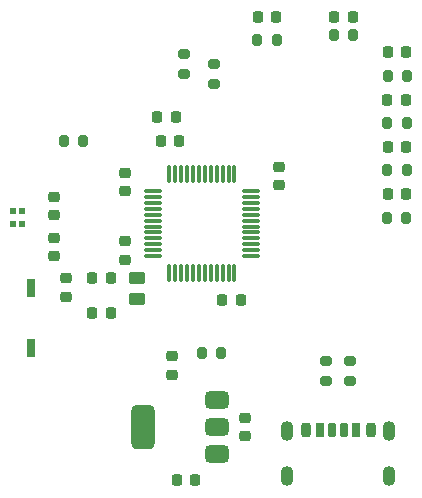
<source format=gbr>
%TF.GenerationSoftware,KiCad,Pcbnew,8.0.4*%
%TF.CreationDate,2024-11-07T17:56:33+01:00*%
%TF.ProjectId,stm32microcontroller,73746d33-326d-4696-9372-6f636f6e7472,rev?*%
%TF.SameCoordinates,Original*%
%TF.FileFunction,Paste,Top*%
%TF.FilePolarity,Positive*%
%FSLAX46Y46*%
G04 Gerber Fmt 4.6, Leading zero omitted, Abs format (unit mm)*
G04 Created by KiCad (PCBNEW 8.0.4) date 2024-11-07 17:56:33*
%MOMM*%
%LPD*%
G01*
G04 APERTURE LIST*
G04 Aperture macros list*
%AMRoundRect*
0 Rectangle with rounded corners*
0 $1 Rounding radius*
0 $2 $3 $4 $5 $6 $7 $8 $9 X,Y pos of 4 corners*
0 Add a 4 corners polygon primitive as box body*
4,1,4,$2,$3,$4,$5,$6,$7,$8,$9,$2,$3,0*
0 Add four circle primitives for the rounded corners*
1,1,$1+$1,$2,$3*
1,1,$1+$1,$4,$5*
1,1,$1+$1,$6,$7*
1,1,$1+$1,$8,$9*
0 Add four rect primitives between the rounded corners*
20,1,$1+$1,$2,$3,$4,$5,0*
20,1,$1+$1,$4,$5,$6,$7,0*
20,1,$1+$1,$6,$7,$8,$9,0*
20,1,$1+$1,$8,$9,$2,$3,0*%
G04 Aperture macros list end*
%ADD10RoundRect,0.200000X0.200000X0.275000X-0.200000X0.275000X-0.200000X-0.275000X0.200000X-0.275000X0*%
%ADD11RoundRect,0.218750X-0.218750X-0.256250X0.218750X-0.256250X0.218750X0.256250X-0.218750X0.256250X0*%
%ADD12RoundRect,0.250000X-0.450000X0.262500X-0.450000X-0.262500X0.450000X-0.262500X0.450000X0.262500X0*%
%ADD13RoundRect,0.225000X0.225000X0.250000X-0.225000X0.250000X-0.225000X-0.250000X0.225000X-0.250000X0*%
%ADD14RoundRect,0.225000X-0.225000X-0.250000X0.225000X-0.250000X0.225000X0.250000X-0.225000X0.250000X0*%
%ADD15RoundRect,0.175000X-0.175000X-0.425000X0.175000X-0.425000X0.175000X0.425000X-0.175000X0.425000X0*%
%ADD16RoundRect,0.190000X0.190000X0.410000X-0.190000X0.410000X-0.190000X-0.410000X0.190000X-0.410000X0*%
%ADD17RoundRect,0.200000X0.200000X0.400000X-0.200000X0.400000X-0.200000X-0.400000X0.200000X-0.400000X0*%
%ADD18RoundRect,0.175000X0.175000X0.425000X-0.175000X0.425000X-0.175000X-0.425000X0.175000X-0.425000X0*%
%ADD19RoundRect,0.190000X-0.190000X-0.410000X0.190000X-0.410000X0.190000X0.410000X-0.190000X0.410000X0*%
%ADD20RoundRect,0.200000X-0.200000X-0.400000X0.200000X-0.400000X0.200000X0.400000X-0.200000X0.400000X0*%
%ADD21O,1.100000X1.700000*%
%ADD22RoundRect,0.375000X0.625000X0.375000X-0.625000X0.375000X-0.625000X-0.375000X0.625000X-0.375000X0*%
%ADD23RoundRect,0.500000X0.500000X1.400000X-0.500000X1.400000X-0.500000X-1.400000X0.500000X-1.400000X0*%
%ADD24RoundRect,0.225000X-0.250000X0.225000X-0.250000X-0.225000X0.250000X-0.225000X0.250000X0.225000X0*%
%ADD25RoundRect,0.200000X-0.275000X0.200000X-0.275000X-0.200000X0.275000X-0.200000X0.275000X0.200000X0*%
%ADD26RoundRect,0.075000X-0.662500X-0.075000X0.662500X-0.075000X0.662500X0.075000X-0.662500X0.075000X0*%
%ADD27RoundRect,0.075000X-0.075000X-0.662500X0.075000X-0.662500X0.075000X0.662500X-0.075000X0.662500X0*%
%ADD28RoundRect,0.225000X0.250000X-0.225000X0.250000X0.225000X-0.250000X0.225000X-0.250000X-0.225000X0*%
%ADD29RoundRect,0.200000X-0.200000X-0.275000X0.200000X-0.275000X0.200000X0.275000X-0.200000X0.275000X0*%
%ADD30RoundRect,0.200000X0.275000X-0.200000X0.275000X0.200000X-0.275000X0.200000X-0.275000X-0.200000X0*%
%ADD31R,0.500000X0.600000*%
%ADD32R,0.760000X1.600000*%
%ADD33RoundRect,0.218750X-0.256250X0.218750X-0.256250X-0.218750X0.256250X-0.218750X0.256250X0.218750X0*%
G04 APERTURE END LIST*
D10*
%TO.C,R5*%
X89787500Y-75500000D03*
X88137500Y-75500000D03*
%TD*%
%TO.C,R6*%
X89825000Y-71500000D03*
X88175000Y-71500000D03*
%TD*%
D11*
%TO.C,D7*%
X88212500Y-61500000D03*
X89787500Y-61500000D03*
%TD*%
D12*
%TO.C,FB1*%
X67000000Y-80587500D03*
X67000000Y-82412500D03*
%TD*%
D13*
%TO.C,C7*%
X64775000Y-80587500D03*
X63225000Y-80587500D03*
%TD*%
D14*
%TO.C,C5*%
X68725000Y-67000000D03*
X70275000Y-67000000D03*
%TD*%
D11*
%TO.C,D4*%
X83712500Y-58500000D03*
X85287500Y-58500000D03*
%TD*%
D15*
%TO.C,J1*%
X83520000Y-93500000D03*
D16*
X85540000Y-93500000D03*
D17*
X86770000Y-93500000D03*
D18*
X84520000Y-93500000D03*
D19*
X82500000Y-93500000D03*
D20*
X81270000Y-93500000D03*
D21*
X79700000Y-93580000D03*
X79700000Y-97380000D03*
X88340000Y-93580000D03*
X88340000Y-97380000D03*
%TD*%
D13*
%TO.C,C3*%
X75775000Y-82500000D03*
X74225000Y-82500000D03*
%TD*%
D11*
%TO.C,D3*%
X88175000Y-65500000D03*
X89750000Y-65500000D03*
%TD*%
D10*
%TO.C,R8*%
X89862500Y-63500000D03*
X88212500Y-63500000D03*
%TD*%
D22*
%TO.C,U2*%
X73780000Y-95520000D03*
X73780000Y-93220000D03*
D23*
X67480000Y-93220000D03*
D22*
X73780000Y-90920000D03*
%TD*%
D24*
%TO.C,C4*%
X79000000Y-71225000D03*
X79000000Y-72775000D03*
%TD*%
D25*
%TO.C,R11*%
X71000000Y-61675000D03*
X71000000Y-63325000D03*
%TD*%
D26*
%TO.C,U1*%
X68337500Y-73250000D03*
X68337500Y-73750000D03*
X68337500Y-74250000D03*
X68337500Y-74750000D03*
X68337500Y-75250000D03*
X68337500Y-75750000D03*
X68337500Y-76250000D03*
X68337500Y-76750000D03*
X68337500Y-77250000D03*
X68337500Y-77750000D03*
X68337500Y-78250000D03*
X68337500Y-78750000D03*
D27*
X69750000Y-80162500D03*
X70250000Y-80162500D03*
X70750000Y-80162500D03*
X71250000Y-80162500D03*
X71750000Y-80162500D03*
X72250000Y-80162500D03*
X72750000Y-80162500D03*
X73250000Y-80162500D03*
X73750000Y-80162500D03*
X74250000Y-80162500D03*
X74750000Y-80162500D03*
X75250000Y-80162500D03*
D26*
X76662500Y-78750000D03*
X76662500Y-78250000D03*
X76662500Y-77750000D03*
X76662500Y-77250000D03*
X76662500Y-76750000D03*
X76662500Y-76250000D03*
X76662500Y-75750000D03*
X76662500Y-75250000D03*
X76662500Y-74750000D03*
X76662500Y-74250000D03*
X76662500Y-73750000D03*
X76662500Y-73250000D03*
D27*
X75250000Y-71837500D03*
X74750000Y-71837500D03*
X74250000Y-71837500D03*
X73750000Y-71837500D03*
X73250000Y-71837500D03*
X72750000Y-71837500D03*
X72250000Y-71837500D03*
X71750000Y-71837500D03*
X71250000Y-71837500D03*
X70750000Y-71837500D03*
X70250000Y-71837500D03*
X69750000Y-71837500D03*
%TD*%
D10*
%TO.C,R7*%
X89825000Y-67500000D03*
X88175000Y-67500000D03*
%TD*%
D28*
%TO.C,C6*%
X66000000Y-79050000D03*
X66000000Y-77500000D03*
%TD*%
D29*
%TO.C,R10*%
X77175000Y-60500000D03*
X78825000Y-60500000D03*
%TD*%
D14*
%TO.C,C2*%
X69000000Y-69000000D03*
X70550000Y-69000000D03*
%TD*%
D13*
%TO.C,C8*%
X64775000Y-83587500D03*
X63225000Y-83587500D03*
%TD*%
D25*
%TO.C,R12*%
X73500000Y-62500000D03*
X73500000Y-64150000D03*
%TD*%
D11*
%TO.C,D6*%
X77212500Y-58500000D03*
X78787500Y-58500000D03*
%TD*%
%TO.C,D5*%
X88212500Y-73500000D03*
X89787500Y-73500000D03*
%TD*%
D24*
%TO.C,C12*%
X76130000Y-92445000D03*
X76130000Y-93995000D03*
%TD*%
%TO.C,C9*%
X61000000Y-80645000D03*
X61000000Y-82195000D03*
%TD*%
D30*
%TO.C,R4*%
X83000000Y-89325000D03*
X83000000Y-87675000D03*
%TD*%
D29*
%TO.C,R1*%
X60810000Y-69000000D03*
X62460000Y-69000000D03*
%TD*%
D24*
%TO.C,C10*%
X60000000Y-73725000D03*
X60000000Y-75275000D03*
%TD*%
D31*
%TO.C,Y1*%
X56500000Y-74950000D03*
X56500000Y-76050000D03*
X57300000Y-76050000D03*
X57300000Y-74950000D03*
%TD*%
D11*
%TO.C,D2*%
X88212500Y-69500000D03*
X89787500Y-69500000D03*
%TD*%
D32*
%TO.C,SW2*%
X58000000Y-81420000D03*
X58000000Y-86500000D03*
%TD*%
D29*
%TO.C,R9*%
X83675000Y-60000000D03*
X85325000Y-60000000D03*
%TD*%
%TO.C,R2*%
X72500000Y-87000000D03*
X74150000Y-87000000D03*
%TD*%
D14*
%TO.C,C13*%
X70355000Y-97720000D03*
X71905000Y-97720000D03*
%TD*%
D30*
%TO.C,R3*%
X85000000Y-89325000D03*
X85000000Y-87675000D03*
%TD*%
D24*
%TO.C,C11*%
X60000000Y-77225000D03*
X60000000Y-78775000D03*
%TD*%
D33*
%TO.C,D1*%
X70000000Y-87212500D03*
X70000000Y-88787500D03*
%TD*%
D28*
%TO.C,C1*%
X66000000Y-73275000D03*
X66000000Y-71725000D03*
%TD*%
M02*

</source>
